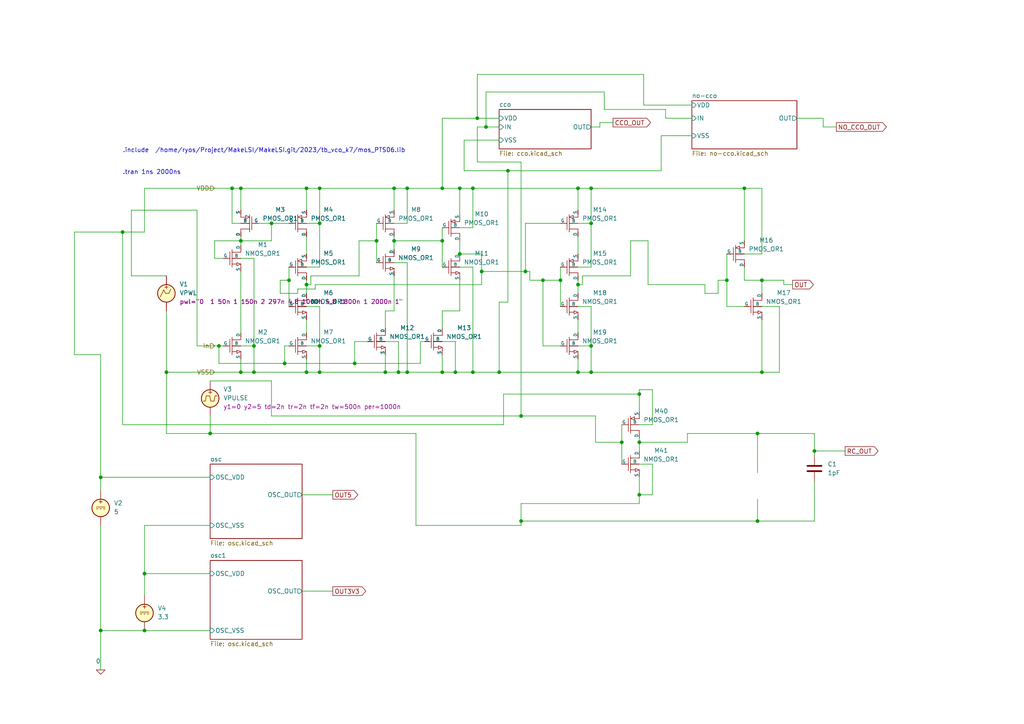
<source format=kicad_sch>
(kicad_sch (version 20230121) (generator eeschema)
  (paper "A4")
  (lib_symbols
    (symbol "Device:C" (pin_numbers hide) (pin_names (offset 0.254))
      (property "Reference" "C" (at 0.635 2.54 0))
      (property "Value" "C" (at 0.635 -2.54 0))
      (symbol "C_0_1"
        (polyline (pts (xy -2.032 -0.762) (xy 2.032 -0.762)) (stroke (width 0.508)))
        (polyline (pts (xy -2.032 0.762) (xy 2.032 0.762)) (stroke (width 0.508)))
      )
      (symbol "C_1_1"
        (pin passive line (at 0 3.81 270) (length 2.794) (name "~") (number "1"))
        (pin passive line (at 0 -3.81 90) (length 2.794) (name "~") (number "2"))
      )
    )
    (symbol "OR1Symbols:0" (power) (pin_names (offset 0))
      (property "Value" "0" (at 0 -1.27 0))
      (symbol "0_0_1"
        (polyline (pts (xy -1.27 0) (xy 1.27 0) (xy 0 -1.27) (xy -1.27 0)))
      )
      (symbol "0_1_1"
        (pin power_in line (at 0 0 180) (length 0) hide (name "0") (number "1"))
      )
    )
    (symbol "OR1Symbols:NMOS_OR1" (pin_numbers hide) (pin_names (offset 0))
      (property "Reference" "M" (at 8.89 5.08 0))
      (property "Value" "NMOS_OR1" (at 8.89 2.54 0))
      (symbol "NMOS_OR1_0_1"
        (polyline (pts (xy 0 0) (xy 1.905 0)))
        (polyline (pts (xy 1.905 1.905) (xy 1.905 -1.905)))
        (polyline (pts (xy 2.54 -2.54) (xy 2.54 2.54)))
        (polyline (pts (xy 2.54 -1.651) (xy 3.937 -1.651)))
        (polyline (pts (xy 2.54 0) (xy 5.08 0)))
        (polyline (pts (xy 2.54 1.778) (xy 5.08 1.778)))
        (polyline (pts (xy 3.937 -2.159) (xy 3.937 -1.27)))
        (polyline (pts (xy 3.937 -1.27) (xy 5.08 -1.651)))
        (polyline (pts (xy 5.08 -1.651) (xy 3.937 -2.159)))
        (polyline (pts (xy 5.08 -1.651) (xy 5.08 -3.81)))
        (polyline (pts (xy 5.08 1.778) (xy 5.08 3.81)))
      )
      (symbol "NMOS_OR1_1_1"
        (pin passive line (at 5.08 3.81 270) (length 1.27) (name "D") (number "1"))
        (pin passive line (at 0 0 0) (length 1.27) (name "G") (number "2"))
        (pin passive line (at 5.08 -3.81 90) (length 1.27) (name "S") (number "3"))
        (pin passive line (at 5.08 0 180) (length 2.54) (name "B") (number "4"))
      )
    )
    (symbol "OR1Symbols:PMOS_OR1" (pin_numbers hide) (pin_names (offset 0))
      (property "Reference" "M" (at 8.89 5.08 0))
      (property "Value" "PMOS_OR1" (at 8.89 2.54 0))
      (symbol "PMOS_OR1_0_1"
        (polyline (pts (xy 0 0) (xy 1.905 0)))
        (polyline (pts (xy 1.905 1.905) (xy 1.905 -1.905)))
        (polyline (pts (xy 2.54 -2.54) (xy 2.54 2.54)))
        (polyline (pts (xy 2.54 -1.651) (xy 5.08 -1.651)))
        (polyline (pts (xy 2.54 0) (xy 5.08 0)))
        (polyline (pts (xy 2.54 1.778) (xy 3.683 2.286)))
        (polyline (pts (xy 3.683 1.397) (xy 2.54 1.778)))
        (polyline (pts (xy 3.683 1.397) (xy 3.683 2.286)))
        (polyline (pts (xy 3.683 1.778) (xy 5.08 1.778)))
        (polyline (pts (xy 5.08 -1.651) (xy 5.08 -3.81)))
        (polyline (pts (xy 5.08 1.778) (xy 5.08 3.81)))
      )
      (symbol "PMOS_OR1_1_1"
        (pin passive line (at 5.08 -3.81 90) (length 1.27) (name "D") (number "1"))
        (pin passive line (at 0 0 0) (length 1.27) (name "G") (number "2"))
        (pin passive line (at 5.08 3.81 270) (length 1.27) (name "S") (number "3"))
        (pin passive line (at 5.08 0 180) (length 2.54) (name "B") (number "4"))
      )
    )
    (symbol "Simulation_SPICE:VDC" (pin_numbers hide) (pin_names (offset 0.0254))
      (property "Reference" "V" (at 2.54 2.54 0))
      (property "Value" "1" (at 2.54 0 0))
      (symbol "VDC_0_0"
        (polyline (pts (xy -1.27 0.254) (xy 1.27 0.254)))
        (polyline (pts (xy -0.762 -0.254) (xy -1.27 -0.254)))
        (polyline (pts (xy 0.254 -0.254) (xy -0.254 -0.254)))
        (polyline (pts (xy 1.27 -0.254) (xy 0.762 -0.254)))
        (text "+" (at 0 1.905 0) (effects (font (size 1.27 1.27))))
      )
      (symbol "VDC_0_1"
        (circle (center 0 0) (radius 2.54) (stroke (width 0.254)) (fill (type background)))
      )
      (symbol "VDC_1_1"
        (pin passive line (at 0 5.08 270) (length 2.54) (name "~") (number "1"))
        (pin passive line (at 0 -5.08 90) (length 2.54) (name "~") (number "2"))
      )
    )
    (symbol "Simulation_SPICE:VPULSE" (pin_numbers hide) (pin_names (offset 0.0254))
      (property "Reference" "V" (at 2.54 2.54 0))
      (property "Value" "VPULSE" (at 2.54 0 0))
      (property "Sim.Params" "y1=0 y2=1 td=2n tr=2n tf=2n tw=50n per=100n" (at 2.54 -2.54 0))
      (symbol "VPULSE_0_0"
        (polyline (pts (xy -2.032 -0.762) (xy -1.397 -0.762) (xy -1.143 0.762) (xy -0.127 0.762) (xy 0.127 -0.762) (xy 1.143 -0.762) (xy 1.397 0.762) (xy 2.032 0.762)))
        (text "+" (at 0 1.905 0) (effects (font (size 1.27 1.27))))
      )
      (symbol "VPULSE_0_1"
        (circle (center 0 0) (radius 2.54) (stroke (width 0.254)) (fill (type background)))
      )
      (symbol "VPULSE_1_1"
        (pin passive line (at 0 5.08 270) (length 2.54) (name "~") (number "1"))
        (pin passive line (at 0 -5.08 90) (length 2.54) (name "~") (number "2"))
      )
    )
    (symbol "Simulation_SPICE:VPWL" (pin_numbers hide) (pin_names (offset 0.0254))
      (property "Reference" "V" (at 2.54 2.54 0))
      (property "Value" "VPWL" (at 2.54 0 0))
      (property "Sim.Params" "pwl=\"0 -1 50n -1 51n 0 97n 1 171n -1 200n -1\"" (at 2.54 -2.54 0))
      (symbol "VPWL_0_0"
        (polyline (pts (xy -1.778 -1.016) (xy -0.762 1.016) (xy -0.254 0) (xy 0.762 0) (xy 1.27 1.27)))
        (text "+" (at 0 1.905 0) (effects (font (size 1.27 1.27))))
      )
      (symbol "VPWL_0_1"
        (circle (center 0 0) (radius 2.54) (stroke (width 0.254)) (fill (type background)))
      )
      (symbol "VPWL_1_1"
        (pin passive line (at 0 5.08 270) (length 2.54) (name "~") (number "1"))
        (pin passive line (at 0 -5.08 90) (length 2.54) (name "~") (number "2"))
      )
    )
  )
  (junction (at 220.98 107.95))
  (junction (at 128.27 54.61))
  (junction (at 128.27 69.85))
  (junction (at 114.3 69.85))
  (junction (at 88.9 54.61))
  (junction (at 69.85 54.61))
  (junction (at 63.5 100.33))
  (junction (at 92.71 54.61))
  (junction (at 133.35 54.61))
  (junction (at 185.42 128.27))
  (junction (at 219.71 151.13))
  (junction (at 171.45 64.77))
  (junction (at 185.42 143.51))
  (junction (at 69.85 69.85))
  (junction (at 147.32 49.53))
  (junction (at 118.11 107.95))
  (junction (at 137.16 54.61))
  (junction (at 92.71 100.33))
  (junction (at 139.7 78.74))
  (junction (at 219.71 125.73))
  (junction (at 167.64 54.61))
  (junction (at 92.71 107.95))
  (junction (at 78.74 64.77))
  (junction (at 144.78 107.95))
  (junction (at 83.82 81.28))
  (junction (at 140.97 36.83))
  (junction (at 48.26 107.95))
  (junction (at 128.27 107.95))
  (junction (at 92.71 64.77))
  (junction (at 167.64 107.95))
  (junction (at 137.16 107.95))
  (junction (at 111.76 107.95))
  (junction (at 220.98 81.28))
  (junction (at 73.66 107.95))
  (junction (at 60.96 125.73))
  (junction (at 69.85 107.95))
  (junction (at 167.64 82.55))
  (junction (at 180.34 128.27))
  (junction (at 133.35 73.66))
  (junction (at 41.91 166.37))
  (junction (at 41.91 182.88))
  (junction (at 115.57 107.95))
  (junction (at 109.22 69.85))
  (junction (at 102.87 105.41))
  (junction (at 132.08 107.95))
  (junction (at 236.22 130.81))
  (junction (at 151.13 120.65))
  (junction (at 210.82 81.28))
  (junction (at 215.9 54.61))
  (junction (at 162.56 81.28))
  (junction (at 157.48 81.28))
  (junction (at 118.11 54.61))
  (junction (at 29.21 182.88))
  (junction (at 67.31 54.61))
  (junction (at 88.9 82.55))
  (junction (at 88.9 107.95))
  (junction (at 114.3 54.61))
  (junction (at 171.45 107.95))
  (junction (at 171.45 100.33))
  (junction (at 138.43 34.29))
  (junction (at 82.55 105.41))
  (junction (at 35.56 67.31))
  (junction (at 185.42 114.3))
  (junction (at 152.4 78.74))
  (junction (at 73.66 100.33))
  (junction (at 29.21 138.43))
  (junction (at 171.45 54.61))
  (junction (at 151.13 151.13))
  (wire (pts (xy 48.26 107.95) (xy 48.26 125.73)))
  (wire (pts (xy 57.15 60.96) (xy 57.15 100.33)))
  (wire (pts (xy 114.3 64.77) (xy 118.11 64.77)))
  (wire (pts (xy 167.64 82.55) (xy 167.64 85.09)))
  (wire (pts (xy 88.9 64.77) (xy 92.71 64.77)))
  (wire (pts (xy 171.45 100.33) (xy 171.45 107.95)))
  (wire (pts (xy 231.14 34.29) (xy 238.76 34.29)))
  (wire (pts (xy 236.22 130.81) (xy 236.22 132.08)))
  (wire (pts (xy 167.64 100.33) (xy 171.45 100.33)))
  (wire (pts (xy 185.42 134.62) (xy 189.23 134.62)))
  (wire (pts (xy 73.66 107.95) (xy 88.9 107.95)))
  (wire (pts (xy 134.62 40.64) (xy 144.78 40.64)))
  (wire (pts (xy 133.35 54.61) (xy 133.35 62.23)))
  (wire (pts (xy 133.35 81.28) (xy 133.35 90.17)))
  (wire (pts (xy 121.92 99.06) (xy 123.19 99.06)))
  (wire (pts (xy 41.91 172.72) (xy 41.91 166.37)))
  (wire (pts (xy 236.22 130.81) (xy 245.11 130.81)))
  (wire (pts (xy 88.9 88.9) (xy 92.71 88.9)))
  (wire (pts (xy 102.87 105.41) (xy 121.92 105.41)))
  (wire (pts (xy 114.3 69.85) (xy 128.27 69.85)))
  (wire (pts (xy 204.47 85.09) (xy 208.28 85.09)))
  (wire (pts (xy 157.48 81.28) (xy 162.56 81.28)))
  (wire (pts (xy 91.44 82.55) (xy 139.7 82.55)))
  (wire (pts (xy 186.69 21.59) (xy 138.43 21.59)))
  (wire (pts (xy 227.33 81.28) (xy 227.33 82.55)))
  (wire (pts (xy 83.82 81.28) (xy 83.82 88.9)))
  (wire (pts (xy 199.39 128.27) (xy 185.42 128.27)))
  (wire (pts (xy 82.55 100.33) (xy 83.82 100.33)))
  (wire (pts (xy 41.91 166.37) (xy 60.96 166.37)))
  (wire (pts (xy 132.08 107.95) (xy 137.16 107.95)))
  (wire (pts (xy 140.97 26.67) (xy 140.97 36.83)))
  (wire (pts (xy 118.11 54.61) (xy 128.27 54.61)))
  (wire (pts (xy 60.96 125.73) (xy 120.65 125.73)))
  (wire (pts (xy 193.04 31.75) (xy 175.26 31.75)))
  (wire (pts (xy 220.98 54.61) (xy 220.98 73.66)))
  (wire (pts (xy 172.72 128.27) (xy 180.34 128.27)))
  (wire (pts (xy 199.39 125.73) (xy 199.39 128.27)))
  (wire (pts (xy 62.23 74.93) (xy 62.23 69.85)))
  (wire (pts (xy 92.71 107.95) (xy 111.76 107.95)))
  (wire (pts (xy 200.66 39.37) (xy 191.77 39.37)))
  (wire (pts (xy 60.96 110.49) (xy 78.74 110.49)))
  (wire (pts (xy 35.56 123.19) (xy 146.05 123.19)))
  (wire (pts (xy 157.48 100.33) (xy 162.56 100.33)))
  (wire (pts (xy 199.39 125.73) (xy 219.71 125.73)))
  (wire (pts (xy 220.98 73.66) (xy 215.9 73.66)))
  (wire (pts (xy 82.55 105.41) (xy 102.87 105.41)))
  (wire (pts (xy 78.74 120.65) (xy 151.13 120.65)))
  (wire (pts (xy 69.85 60.96) (xy 69.85 54.61)))
  (wire (pts (xy 114.3 69.85) (xy 114.3 72.39)))
  (wire (pts (xy 173.99 36.83) (xy 173.99 35.56)))
  (wire (pts (xy 114.3 68.58) (xy 114.3 69.85)))
  (wire (pts (xy 139.7 78.74) (xy 139.7 82.55)))
  (wire (pts (xy 41.91 182.88) (xy 60.96 182.88)))
  (wire (pts (xy 104.14 80.01) (xy 104.14 69.85)))
  (wire (pts (xy 215.9 54.61) (xy 220.98 54.61)))
  (wire (pts (xy 88.9 92.71) (xy 88.9 96.52)))
  (wire (pts (xy 120.65 152.4) (xy 151.13 152.4)))
  (wire (pts (xy 204.47 82.55) (xy 204.47 85.09)))
  (wire (pts (xy 92.71 64.77) (xy 92.71 54.61)))
  (wire (pts (xy 92.71 88.9) (xy 92.71 100.33)))
  (wire (pts (xy 29.21 102.87) (xy 21.59 102.87)))
  (wire (pts (xy 138.43 36.83) (xy 138.43 46.99)))
  (wire (pts (xy 92.71 107.95) (xy 88.9 107.95)))
  (wire (pts (xy 175.26 31.75) (xy 175.26 26.67)))
  (wire (pts (xy 81.28 85.09) (xy 86.36 85.09)))
  (wire (pts (xy 167.64 68.58) (xy 167.64 73.66)))
  (wire (pts (xy 128.27 66.04) (xy 128.27 69.85)))
  (wire (pts (xy 88.9 54.61) (xy 88.9 60.96)))
  (wire (pts (xy 88.9 82.55) (xy 90.17 82.55)))
  (wire (pts (xy 187.96 82.55) (xy 204.47 82.55)))
  (wire (pts (xy 238.76 36.83) (xy 242.57 36.83)))
  (wire (pts (xy 157.48 81.28) (xy 157.48 100.33)))
  (wire (pts (xy 60.96 120.65) (xy 60.96 125.73)))
  (wire (pts (xy 111.76 90.17) (xy 114.3 90.17)))
  (wire (pts (xy 180.34 128.27) (xy 180.34 134.62)))
  (wire (pts (xy 137.16 77.47) (xy 137.16 107.95)))
  (wire (pts (xy 114.3 54.61) (xy 118.11 54.61)))
  (wire (pts (xy 139.7 78.74) (xy 152.4 78.74)))
  (wire (pts (xy 133.35 90.17) (xy 128.27 90.17)))
  (wire (pts (xy 35.56 67.31) (xy 41.91 67.31)))
  (wire (pts (xy 171.45 107.95) (xy 220.98 107.95)))
  (wire (pts (xy 88.9 54.61) (xy 92.71 54.61)))
  (wire (pts (xy 60.96 152.4) (xy 41.91 152.4)))
  (wire (pts (xy 92.71 77.47) (xy 92.71 64.77)))
  (wire (pts (xy 38.1 60.96) (xy 38.1 80.01)))
  (wire (pts (xy 64.77 74.93) (xy 62.23 74.93)))
  (wire (pts (xy 147.32 49.53) (xy 134.62 49.53)))
  (wire (pts (xy 185.42 123.19) (xy 189.23 123.19)))
  (wire (pts (xy 74.93 64.77) (xy 78.74 64.77)))
  (wire (pts (xy 57.15 100.33) (xy 63.5 100.33)))
  (wire (pts (xy 167.64 88.9) (xy 171.45 88.9)))
  (wire (pts (xy 41.91 54.61) (xy 67.31 54.61)))
  (wire (pts (xy 69.85 54.61) (xy 88.9 54.61)))
  (wire (pts (xy 219.71 151.13) (xy 236.22 151.13)))
  (wire (pts (xy 171.45 88.9) (xy 171.45 100.33)))
  (wire (pts (xy 115.57 99.06) (xy 115.57 107.95)))
  (wire (pts (xy 162.56 77.47) (xy 162.56 81.28)))
  (wire (pts (xy 189.23 134.62) (xy 189.23 143.51)))
  (wire (pts (xy 144.78 107.95) (xy 167.64 107.95)))
  (wire (pts (xy 78.74 110.49) (xy 78.74 120.65)))
  (wire (pts (xy 87.63 171.45) (xy 96.52 171.45)))
  (wire (pts (xy 140.97 36.83) (xy 144.78 36.83)))
  (wire (pts (xy 109.22 64.77) (xy 109.22 69.85)))
  (wire (pts (xy 21.59 67.31) (xy 35.56 67.31)))
  (wire (pts (xy 186.69 30.48) (xy 186.69 21.59)))
  (wire (pts (xy 120.65 125.73) (xy 120.65 152.4)))
  (wire (pts (xy 182.88 69.85) (xy 187.96 69.85)))
  (wire (pts (xy 111.76 102.87) (xy 111.76 107.95)))
  (wire (pts (xy 41.91 152.4) (xy 41.91 166.37)))
  (wire (pts (xy 215.9 77.47) (xy 215.9 81.28)))
  (wire (pts (xy 69.85 74.93) (xy 73.66 74.93)))
  (wire (pts (xy 78.74 64.77) (xy 83.82 64.77)))
  (wire (pts (xy 82.55 100.33) (xy 82.55 105.41)))
  (wire (pts (xy 167.64 54.61) (xy 171.45 54.61)))
  (wire (pts (xy 167.64 81.28) (xy 167.64 82.55)))
  (wire (pts (xy 137.16 107.95) (xy 144.78 107.95)))
  (wire (pts (xy 220.98 81.28) (xy 220.98 85.09)))
  (wire (pts (xy 88.9 81.28) (xy 88.9 82.55)))
  (wire (pts (xy 78.74 64.77) (xy 78.74 69.85)))
  (wire (pts (xy 219.71 125.73) (xy 219.71 137.16)))
  (wire (pts (xy 236.22 139.7) (xy 236.22 151.13)))
  (wire (pts (xy 191.77 49.53) (xy 147.32 49.53)))
  (wire (pts (xy 128.27 69.85) (xy 128.27 77.47)))
  (wire (pts (xy 91.44 82.55) (xy 91.44 83.82)))
  (wire (pts (xy 63.5 100.33) (xy 64.77 100.33)))
  (wire (pts (xy 151.13 146.05) (xy 185.42 146.05)))
  (wire (pts (xy 63.5 100.33) (xy 63.5 105.41)))
  (wire (pts (xy 73.66 100.33) (xy 73.66 107.95)))
  (wire (pts (xy 185.42 114.3) (xy 185.42 119.38)))
  (wire (pts (xy 87.63 143.51) (xy 96.52 143.51)))
  (wire (pts (xy 111.76 107.95) (xy 115.57 107.95)))
  (wire (pts (xy 138.43 36.83) (xy 140.97 36.83)))
  (wire (pts (xy 67.31 64.77) (xy 69.85 64.77)))
  (wire (pts (xy 227.33 82.55) (xy 229.87 82.55)))
  (wire (pts (xy 35.56 67.31) (xy 35.56 123.19)))
  (wire (pts (xy 146.05 123.19) (xy 146.05 114.3)))
  (wire (pts (xy 193.04 34.29) (xy 193.04 31.75)))
  (wire (pts (xy 219.71 125.73) (xy 236.22 125.73)))
  (wire (pts (xy 167.64 64.77) (xy 171.45 64.77)))
  (wire (pts (xy 29.21 182.88) (xy 41.91 182.88)))
  (wire (pts (xy 69.85 69.85) (xy 69.85 71.12)))
  (wire (pts (xy 90.17 80.01) (xy 104.14 80.01)))
  (wire (pts (xy 162.56 81.28) (xy 162.56 88.9)))
  (wire (pts (xy 69.85 107.95) (xy 73.66 107.95)))
  (wire (pts (xy 111.76 99.06) (xy 115.57 99.06)))
  (wire (pts (xy 152.4 64.77) (xy 162.56 64.77)))
  (wire (pts (xy 69.85 78.74) (xy 69.85 96.52)))
  (wire (pts (xy 48.26 80.01) (xy 38.1 80.01)))
  (wire (pts (xy 146.05 114.3) (xy 185.42 114.3)))
  (wire (pts (xy 88.9 68.58) (xy 88.9 73.66)))
  (wire (pts (xy 92.71 54.61) (xy 114.3 54.61)))
  (wire (pts (xy 29.21 138.43) (xy 60.96 138.43)))
  (wire (pts (xy 73.66 74.93) (xy 73.66 100.33)))
  (wire (pts (xy 147.32 87.63) (xy 147.32 49.53)))
  (wire (pts (xy 185.42 143.51) (xy 185.42 138.43)))
  (wire (pts (xy 128.27 102.87) (xy 128.27 107.95)))
  (wire (pts (xy 220.98 92.71) (xy 220.98 107.95)))
  (wire (pts (xy 180.34 123.19) (xy 180.34 128.27)))
  (wire (pts (xy 152.4 78.74) (xy 153.67 78.74)))
  (wire (pts (xy 167.64 92.71) (xy 167.64 96.52)))
  (wire (pts (xy 172.72 120.65) (xy 172.72 128.27)))
  (wire (pts (xy 144.78 87.63) (xy 147.32 87.63)))
  (wire (pts (xy 48.26 90.17) (xy 48.26 107.95)))
  (wire (pts (xy 118.11 107.95) (xy 128.27 107.95)))
  (wire (pts (xy 62.23 69.85) (xy 69.85 69.85)))
  (wire (pts (xy 90.17 82.55) (xy 90.17 80.01)))
  (wire (pts (xy 185.42 113.03) (xy 185.42 114.3)))
  (wire (pts (xy 238.76 34.29) (xy 238.76 36.83)))
  (wire (pts (xy 189.23 113.03) (xy 185.42 113.03)))
  (wire (pts (xy 151.13 151.13) (xy 151.13 146.05)))
  (wire (pts (xy 236.22 125.73) (xy 236.22 130.81)))
  (wire (pts (xy 171.45 54.61) (xy 215.9 54.61)))
  (wire (pts (xy 167.64 104.14) (xy 167.64 107.95)))
  (wire (pts (xy 182.88 80.01) (xy 182.88 69.85)))
  (wire (pts (xy 151.13 151.13) (xy 151.13 152.4)))
  (wire (pts (xy 175.26 26.67) (xy 140.97 26.67)))
  (wire (pts (xy 121.92 105.41) (xy 121.92 99.06)))
  (wire (pts (xy 137.16 54.61) (xy 137.16 66.04)))
  (wire (pts (xy 153.67 81.28) (xy 157.48 81.28)))
  (wire (pts (xy 69.85 100.33) (xy 73.66 100.33)))
  (wire (pts (xy 67.31 54.61) (xy 69.85 54.61)))
  (wire (pts (xy 114.3 76.2) (xy 118.11 76.2)))
  (wire (pts (xy 41.91 54.61) (xy 41.91 67.31)))
  (wire (pts (xy 88.9 100.33) (xy 92.71 100.33)))
  (wire (pts (xy 109.22 69.85) (xy 109.22 76.2)))
  (wire (pts (xy 63.5 105.41) (xy 82.55 105.41)))
  (wire (pts (xy 210.82 73.66) (xy 210.82 81.28)))
  (wire (pts (xy 152.4 78.74) (xy 152.4 64.77)))
  (wire (pts (xy 151.13 120.65) (xy 172.72 120.65)))
  (wire (pts (xy 219.71 144.78) (xy 219.71 151.13)))
  (wire (pts (xy 215.9 81.28) (xy 220.98 81.28)))
  (wire (pts (xy 185.42 127) (xy 185.42 128.27)))
  (wire (pts (xy 29.21 138.43) (xy 29.21 102.87)))
  (wire (pts (xy 208.28 81.28) (xy 210.82 81.28)))
  (wire (pts (xy 88.9 77.47) (xy 92.71 77.47)))
  (wire (pts (xy 220.98 81.28) (xy 227.33 81.28)))
  (wire (pts (xy 102.87 99.06) (xy 106.68 99.06)))
  (wire (pts (xy 137.16 54.61) (xy 167.64 54.61)))
  (wire (pts (xy 210.82 81.28) (xy 210.82 88.9)))
  (wire (pts (xy 185.42 128.27) (xy 185.42 130.81)))
  (wire (pts (xy 167.64 77.47) (xy 171.45 77.47)))
  (wire (pts (xy 171.45 107.95) (xy 167.64 107.95)))
  (wire (pts (xy 128.27 90.17) (xy 128.27 95.25)))
  (wire (pts (xy 118.11 76.2) (xy 118.11 107.95)))
  (wire (pts (xy 132.08 99.06) (xy 132.08 107.95)))
  (wire (pts (xy 92.71 100.33) (xy 92.71 107.95)))
  (wire (pts (xy 88.9 104.14) (xy 88.9 107.95)))
  (wire (pts (xy 226.06 88.9) (xy 226.06 107.95)))
  (wire (pts (xy 128.27 34.29) (xy 138.43 34.29)))
  (wire (pts (xy 83.82 77.47) (xy 83.82 81.28)))
  (wire (pts (xy 220.98 88.9) (xy 226.06 88.9)))
  (wire (pts (xy 167.64 54.61) (xy 167.64 60.96)))
  (wire (pts (xy 102.87 105.41) (xy 102.87 99.06)))
  (wire (pts (xy 29.21 152.4) (xy 29.21 182.88)))
  (wire (pts (xy 193.04 34.29) (xy 200.66 34.29)))
  (wire (pts (xy 48.26 125.73) (xy 60.96 125.73)))
  (wire (pts (xy 215.9 54.61) (xy 215.9 69.85)))
  (wire (pts (xy 115.57 107.95) (xy 118.11 107.95)))
  (wire (pts (xy 114.3 90.17) (xy 114.3 80.01)))
  (wire (pts (xy 168.91 82.55) (xy 168.91 80.01)))
  (wire (pts (xy 128.27 54.61) (xy 133.35 54.61)))
  (wire (pts (xy 133.35 73.66) (xy 139.7 73.66)))
  (wire (pts (xy 104.14 69.85) (xy 109.22 69.85)))
  (wire (pts (xy 189.23 143.51) (xy 185.42 143.51)))
  (wire (pts (xy 78.74 69.85) (xy 69.85 69.85)))
  (wire (pts (xy 21.59 67.31) (xy 21.59 102.87)))
  (wire (pts (xy 210.82 88.9) (xy 215.9 88.9)))
  (wire (pts (xy 208.28 85.09) (xy 208.28 81.28)))
  (wire (pts (xy 29.21 142.24) (xy 29.21 138.43)))
  (wire (pts (xy 128.27 107.95) (xy 132.08 107.95)))
  (wire (pts (xy 29.21 182.88) (xy 29.21 194.31)))
  (wire (pts (xy 144.78 107.95) (xy 144.78 87.63)))
  (wire (pts (xy 138.43 34.29) (xy 144.78 34.29)))
  (wire (pts (xy 81.28 85.09) (xy 81.28 81.28)))
  (wire (pts (xy 187.96 69.85) (xy 187.96 82.55)))
  (wire (pts (xy 128.27 99.06) (xy 132.08 99.06)))
  (wire (pts (xy 151.13 46.99) (xy 151.13 120.65)))
  (wire (pts (xy 189.23 123.19) (xy 189.23 113.03)))
  (wire (pts (xy 151.13 151.13) (xy 219.71 151.13)))
  (wire (pts (xy 151.13 46.99) (xy 138.43 46.99)))
  (wire (pts (xy 168.91 80.01) (xy 182.88 80.01)))
  (wire (pts (xy 134.62 49.53) (xy 134.62 40.64)))
  (wire (pts (xy 138.43 21.59) (xy 138.43 34.29)))
  (wire (pts (xy 185.42 146.05) (xy 185.42 143.51)))
  (wire (pts (xy 153.67 78.74) (xy 153.67 81.28)))
  (wire (pts (xy 173.99 35.56) (xy 177.8 35.56)))
  (wire (pts (xy 191.77 39.37) (xy 191.77 49.53)))
  (wire (pts (xy 128.27 54.61) (xy 128.27 34.29)))
  (wire (pts (xy 133.35 69.85) (xy 133.35 73.66)))
  (wire (pts (xy 200.66 30.48) (xy 186.69 30.48)))
  (wire (pts (xy 111.76 95.25) (xy 111.76 90.17)))
  (wire (pts (xy 133.35 77.47) (xy 137.16 77.47)))
  (wire (pts (xy 88.9 82.55) (xy 88.9 85.09)))
  (wire (pts (xy 133.35 54.61) (xy 137.16 54.61)))
  (wire (pts (xy 220.98 107.95) (xy 226.06 107.95)))
  (wire (pts (xy 114.3 60.96) (xy 114.3 54.61)))
  (wire (pts (xy 118.11 54.61) (xy 118.11 64.77)))
  (wire (pts (xy 67.31 54.61) (xy 67.31 64.77)))
  (wire (pts (xy 171.45 64.77) (xy 171.45 54.61)))
  (wire (pts (xy 167.64 82.55) (xy 168.91 82.55)))
  (wire (pts (xy 81.28 81.28) (xy 83.82 81.28)))
  (wire (pts (xy 48.26 107.95) (xy 69.85 107.95)))
  (wire (pts (xy 38.1 60.96) (xy 57.15 60.96)))
  (wire (pts (xy 86.36 85.09) (xy 86.36 83.82)))
  (wire (pts (xy 69.85 104.14) (xy 69.85 107.95)))
  (wire (pts (xy 69.85 68.58) (xy 69.85 69.85)))
  (wire (pts (xy 139.7 73.66) (xy 139.7 78.74)))
  (wire (pts (xy 86.36 83.82) (xy 91.44 83.82)))
  (wire (pts (xy 133.35 66.04) (xy 137.16 66.04)))
  (wire (pts (xy 171.45 36.83) (xy 173.99 36.83)))
  (wire (pts (xy 171.45 77.47) (xy 171.45 64.77)))
  (text ".include  /home/ryos/Project/MakeLSI/MakeLSI.git/2023/tb_vco_k7/mos_PTS06.lib\n" (at 35.56 44.45 0) (effects (font (size 1.27 1.27)) (justify left bottom)))
  (text ".tran 1ns 2000ns" (at 35.56 50.8 0) (effects (font (size 1.27 1.27)) (justify left bottom)))
  (global_label "RC_OUT" (shape output) (at 245.11 130.81 0) (property "Intersheetrefs" "${INTERSHEET_REFS}" (effects hide)))
  (global_label "NO_CCO_OUT" (shape output) (at 242.57 36.83 0) (property "Intersheetrefs" "${INTERSHEET_REFS}" (effects hide)))
  (global_label "OUT" (shape output) (at 229.87 82.55 0) (property "Intersheetrefs" "${INTERSHEET_REFS}" (effects hide)))
  (global_label "CCO_OUT" (shape output) (at 177.8 35.56 0) (property "Intersheetrefs" "${INTERSHEET_REFS}" (effects hide)))
  (global_label "OUT5" (shape output) (at 96.52 143.51 0) (property "Intersheetrefs" "${INTERSHEET_REFS}" (effects hide)))
  (global_label "OUT3V3" (shape output) (at 96.52 171.45 0) (property "Intersheetrefs" "${INTERSHEET_REFS}" (effects hide)))
  (hierarchical_label "VDD" (shape input) (at 62.23 54.61 180))
  (hierarchical_label "In" (shape input) (at 62.23 100.33 180))
  (hierarchical_label "VSS" (shape input) (at 62.23 107.95 180))
  (symbol (lib_id "OR1Symbols:NMOS_OR1") (at 106.68 99.06 0) (unit 1)
    (property "Reference" "M12" (at 118.11 95.0977 0))
    (property "Value" "NMOS_OR1" (at 118.11 97.6377 0))
    (property "Sim.Pins" "1=1 2=2 3=3 4=4" (effects hide))
    (property "Sim.Device" "SPICE" (effects hide))
    (property "Sim.Params" "type=\"M\" model=\"NMOS_OR1 l=1u w=2u\" lib=\"\"" (effects hide))
  )
  (symbol (lib_id "OR1Symbols:NMOS_OR1") (at 128.27 77.47 0) (unit 1)
    (property "Reference" "M11" (at 139.7 73.5077 0))
    (property "Value" "NMOS_OR1" (at 139.7 76.0477 0))
    (property "Sim.Pins" "1=1 2=2 3=3 4=4" (effects hide))
    (property "Sim.Device" "SPICE" (effects hide))
    (property "Sim.Params" "type=\"M\" model=\"NMOS_OR1 l=1u w=2u\" lib=\"\"" (effects hide))
  )
  (symbol (lib_id "OR1Symbols:NMOS_OR1") (at 64.77 74.93 0) (unit 1)
    (property "Reference" "M1" (at 76.2 70.9677 0))
    (property "Value" "NMOS_OR1" (at 76.2 73.5077 0))
    (property "Sim.Pins" "1=1 2=2 3=3 4=4" (effects hide))
    (property "Sim.Device" "SPICE" (effects hide))
    (property "Sim.Params" "type=\"M\" model=\"NMOS_OR1 l=1u w=2u\" lib=\"\"" (effects hide))
  )
  (symbol (lib_id "OR1Symbols:PMOS_OR1") (at 162.56 77.47 0) (unit 1)
    (property "Reference" "M15" (at 173.99 73.5077 0))
    (property "Value" "PMOS_OR1" (at 173.99 76.0477 0))
    (property "Sim.Pins" "1=1 2=2 3=3 4=4" (effects hide))
    (property "Sim.Device" "SPICE" (effects hide))
    (property "Sim.Params" "type=\"M\" model=\"PMOS_OR1 l=1u w=6u\" lib=\"\"" (effects hide))
  )
  (symbol (lib_id "Simulation_SPICE:VPULSE") (at 60.96 115.57 0) (unit 1)
    (property "Reference" "V3" (at 64.77 112.9002 0) (effects (justify left)))
    (property "Value" "VPULSE" (at 64.77 115.4402 0) (effects (justify left)))
    (property "Sim.Pins" "1=+ 2=-" (effects hide))
    (property "Sim.Type" "PULSE" (effects hide))
    (property "Sim.Device" "V" (effects hide))
    (property "Sim.Params" "y1=0 y2=5 td=2n tr=2n tf=2n tw=500n per=1000n" (at 64.77 117.9802 0) (effects (justify left)))
  )
  (symbol (lib_id "OR1Symbols:PMOS_OR1") (at 74.93 64.77 0) (mirror y) (unit 1)
    (property "Reference" "M3" (at 81.28 60.8077 0))
    (property "Value" "PMOS_OR1" (at 81.28 63.3477 0))
    (property "Sim.Pins" "1=1 2=2 3=3 4=4" (effects hide))
    (property "Sim.Device" "SPICE" (effects hide))
    (property "Sim.Params" "type=\"M\" model=\"PMOS_OR1 l=1u w=6u\" lib=\"\"" (effects hide))
  )
  (symbol (lib_id "OR1Symbols:NMOS_OR1") (at 215.9 88.9 0) (unit 1)
    (property "Reference" "M17" (at 227.33 84.9377 0))
    (property "Value" "NMOS_OR1" (at 227.33 87.4777 0))
    (property "Sim.Pins" "1=1 2=2 3=3 4=4" (effects hide))
    (property "Sim.Device" "SPICE" (effects hide))
    (property "Sim.Params" "type=\"M\" model=\"NMOS_OR1 l=1u w=2u\" lib=\"\"" (effects hide))
  )
  (symbol (lib_id "OR1Symbols:PMOS_OR1") (at 180.34 123.19 0) (unit 1)
    (property "Reference" "M40" (at 191.77 119.2277 0))
    (property "Value" "PMOS_OR1" (at 191.77 121.7677 0))
    (property "Sim.Pins" "1=1 2=2 3=3 4=4" (effects hide))
    (property "Sim.Device" "SPICE" (effects hide))
    (property "Sim.Params" "type=\"M\" model=\"PMOS_OR1 l=1u w=6u\" lib=\"\"" (effects hide))
  )
  (symbol (lib_id "OR1Symbols:NMOS_OR1") (at 83.82 100.33 0) (unit 1)
    (property "Reference" "M7" (at 95.25 96.3677 0))
    (property "Value" "NMOS_OR1" (at 95.25 98.9077 0))
    (property "Sim.Pins" "1=1 2=2 3=3 4=4" (effects hide))
    (property "Sim.Device" "SPICE" (effects hide))
    (property "Sim.Params" "type=\"M\" model=\"NMOS_OR1 l=1u w=2u\" lib=\"\"" (effects hide))
  )
  (symbol (lib_id "OR1Symbols:PMOS_OR1") (at 128.27 66.04 0) (unit 1)
    (property "Reference" "M10" (at 139.7 62.0777 0))
    (property "Value" "PMOS_OR1" (at 139.7 64.6177 0))
    (property "Sim.Pins" "1=1 2=2 3=3 4=4" (effects hide))
    (property "Sim.Device" "SPICE" (effects hide))
    (property "Sim.Params" "type=\"M\" model=\"PMOS_OR1 l=1u w=6u\" lib=\"\"" (effects hide))
  )
  (symbol (lib_id "Simulation_SPICE:VDC") (at 29.21 147.32 0) (unit 1)
    (property "Reference" "V2" (at 33.02 145.9202 0) (effects (justify left)))
    (property "Value" "5" (at 33.02 148.4602 0) (effects (justify left)))
    (property "Sim.Pins" "1=+ 2=-" (effects hide))
    (property "Sim.Type" "DC" (effects hide))
    (property "Sim.Device" "V" (effects hide))
  )
  (symbol (lib_id "OR1Symbols:NMOS_OR1") (at 180.34 134.62 0) (unit 1)
    (property "Reference" "M41" (at 191.77 130.6577 0))
    (property "Value" "NMOS_OR1" (at 191.77 133.1977 0))
    (property "Sim.Pins" "1=1 2=2 3=3 4=4" (effects hide))
    (property "Sim.Device" "SPICE" (effects hide))
    (property "Sim.Params" "type=\"M\" model=\"NMOS_OR1 l=1u w=2u\" lib=\"\"" (effects hide))
  )
  (symbol (lib_id "OR1Symbols:NMOS_OR1") (at 109.22 76.2 0) (unit 1)
    (property "Reference" "M9" (at 120.65 72.2377 0))
    (property "Value" "NMOS_OR1" (at 120.65 74.7777 0))
    (property "Sim.Pins" "1=1 2=2 3=3 4=4" (effects hide))
    (property "Sim.Device" "SPICE" (effects hide))
    (property "Sim.Params" "type=\"M\" model=\"NMOS_OR1 l=1u w=2u\" lib=\"\"" (effects hide))
  )
  (symbol (lib_id "OR1Symbols:PMOS_OR1") (at 83.82 64.77 0) (unit 1)
    (property "Reference" "M4" (at 95.25 60.8077 0))
    (property "Value" "PMOS_OR1" (at 95.25 63.3477 0))
    (property "Sim.Pins" "1=1 2=2 3=3 4=4" (effects hide))
    (property "Sim.Device" "SPICE" (effects hide))
    (property "Sim.Params" "type=\"M\" model=\"PMOS_OR1 l=1u w=6u\" lib=\"\"" (effects hide))
  )
  (symbol (lib_id "OR1Symbols:PMOS_OR1") (at 83.82 77.47 0) (unit 1)
    (property "Reference" "M5" (at 95.25 73.5077 0))
    (property "Value" "PMOS_OR1" (at 95.25 76.0477 0))
    (property "Sim.Pins" "1=1 2=2 3=3 4=4" (effects hide))
    (property "Sim.Device" "SPICE" (effects hide))
    (property "Sim.Params" "type=\"M\" model=\"PMOS_OR1 l=1u w=6u\" lib=\"\"" (effects hide))
  )
  (symbol (lib_id "OR1Symbols:NMOS_OR1") (at 123.19 99.06 0) (unit 1)
    (property "Reference" "M13" (at 134.62 95.0977 0))
    (property "Value" "NMOS_OR1" (at 134.62 97.6377 0))
    (property "Sim.Pins" "1=1 2=2 3=3 4=4" (effects hide))
    (property "Sim.Device" "SPICE" (effects hide))
    (property "Sim.Params" "type=\"M\" model=\"NMOS_OR1 l=1u w=2u\" lib=\"\"" (effects hide))
  )
  (symbol (lib_id "Simulation_SPICE:VDC") (at 41.91 177.8 0) (unit 1)
    (property "Reference" "V4" (at 45.72 176.4002 0) (effects (justify left)))
    (property "Value" "3.3" (at 45.72 178.9402 0) (effects (justify left)))
    (property "Sim.Pins" "1=+ 2=-" (effects hide))
    (property "Sim.Type" "DC" (effects hide))
    (property "Sim.Device" "V" (effects hide))
  )
  (symbol (lib_id "OR1Symbols:PMOS_OR1") (at 109.22 64.77 0) (unit 1)
    (property "Reference" "M8" (at 120.65 60.8077 0))
    (property "Value" "PMOS_OR1" (at 120.65 63.3477 0))
    (property "Sim.Pins" "1=1 2=2 3=3 4=4" (effects hide))
    (property "Sim.Device" "SPICE" (effects hide))
    (property "Sim.Params" "type=\"M\" model=\"PMOS_OR1 l=1u w=6u\" lib=\"\"" (effects hide))
  )
  (symbol (lib_id "Simulation_SPICE:VPWL") (at 48.26 85.09 0) (unit 1)
    (property "Reference" "V1" (at 52.07 82.4202 0) (effects (justify left)))
    (property "Value" "VPWL" (at 52.07 84.9602 0) (effects (justify left)))
    (property "Sim.Pins" "1=+ 2=-" (effects hide))
    (property "Sim.Device" "V" (effects hide))
    (property "Sim.Params" "pwl=\"0  1 50n 1 150n 2 297n 4.8 1000n 4.8 1800n 1 2000n 1\"" (at 52.07 87.5002 0) (effects (justify left)))
    (property "Sim.Type" "PWL" (effects hide))
  )
  (symbol (lib_id "Device:C") (at 236.22 135.89 0) (unit 1)
    (property "Reference" "C1" (at 240.03 134.62 0) (effects (justify left)))
    (property "Value" "1pF" (at 240.03 137.16 0) (effects (justify left)))
  )
  (symbol (lib_id "OR1Symbols:NMOS_OR1") (at 83.82 88.9 0) (unit 1)
    (property "Reference" "M6" (at 95.25 84.9377 0))
    (property "Value" "NMOS_OR1" (at 95.25 87.4777 0))
    (property "Sim.Pins" "1=1 2=2 3=3 4=4" (effects hide))
    (property "Sim.Device" "SPICE" (effects hide))
    (property "Sim.Params" "type=\"M\" model=\"NMOS_OR1 l=1u w=2u\" lib=\"\"" (effects hide))
  )
  (symbol (lib_id "OR1Symbols:NMOS_OR1") (at 162.56 100.33 0) (unit 1)
    (property "Reference" "M19" (at 173.99 96.3677 0))
    (property "Value" "NMOS_OR1" (at 173.99 98.9077 0))
    (property "Sim.Pins" "1=1 2=2 3=3 4=4" (effects hide))
    (property "Sim.Device" "SPICE" (effects hide))
    (property "Sim.Params" "type=\"M\" model=\"NMOS_OR1 l=1u w=2u\" lib=\"\"" (effects hide))
  )
  (symbol (lib_id "OR1Symbols:PMOS_OR1") (at 210.82 73.66 0) (unit 1)
    (property "Reference" "M16" (at 222.25 69.6977 0))
    (property "Value" "PMOS_OR1" (at 222.25 72.2377 0))
    (property "Sim.Pins" "1=1 2=2 3=3 4=4" (effects hide))
    (property "Sim.Device" "SPICE" (effects hide))
    (property "Sim.Params" "type=\"M\" model=\"PMOS_OR1 l=1u w=6u\" lib=\"\"" (effects hide))
  )
  (symbol (lib_id "OR1Symbols:0") (at 29.21 194.31 0) (unit 1)
    (property "Reference" "#GND01" (effects hide))
    (property "Value" "0" (at 29.21 191.77 0) (effects (justify right)))
  )
  (symbol (lib_id "OR1Symbols:NMOS_OR1") (at 64.77 100.33 0) (unit 1)
    (property "Reference" "M2" (at 76.2 96.3677 0))
    (property "Value" "NMOS_OR1" (at 76.2 98.9077 0))
    (property "Sim.Pins" "1=1 2=2 3=3 4=4" (effects hide))
    (property "Sim.Device" "SPICE" (effects hide))
    (property "Sim.Params" "type=\"M\" model=\"NMOS_OR1 l=1u w=2u\" lib=\"\"" (effects hide))
  )
  (symbol (lib_id "OR1Symbols:NMOS_OR1") (at 162.56 88.9 0) (unit 1)
    (property "Reference" "M18" (at 173.99 84.9377 0))
    (property "Value" "NMOS_OR1" (at 173.99 87.4777 0))
    (property "Sim.Pins" "1=1 2=2 3=3 4=4" (effects hide))
    (property "Sim.Device" "SPICE" (effects hide))
    (property "Sim.Params" "type=\"M\" model=\"NMOS_OR1 l=1u w=2u\" lib=\"\"" (effects hide))
  )
  (symbol (lib_id "OR1Symbols:PMOS_OR1") (at 162.56 64.77 0) (unit 1)
    (property "Reference" "M14" (at 173.99 60.8077 0))
    (property "Value" "PMOS_OR1" (at 173.99 63.3477 0))
    (property "Sim.Pins" "1=1 2=2 3=3 4=4" (effects hide))
    (property "Sim.Device" "SPICE" (effects hide))
    (property "Sim.Params" "type=\"M\" model=\"PMOS_OR1 l=1u w=6u\" lib=\"\"" (effects hide))
  )
  (sheet (at 144.78 31.75) (size 26.67 11.43) (stroke (width 0.1524))
    (property "Sheetname" "cco" (at 144.78 31.0384 0) (effects (justify left bottom)))
    (property "Sheetfile" "cco.kicad_sch" (at 144.78 43.7646 0) (effects (justify left top)))
    (pin "OUT" output (at 171.45 36.83 0))
    (pin "VSS" input (at 144.78 40.64 180))
    (pin "VDD" input (at 144.78 34.29 180))
    (pin "IN" input (at 144.78 36.83 180))
  )
  (sheet (at 60.96 162.56) (size 26.67 22.86) (stroke (width 0.1524))
    (property "Sheetname" "osc1" (at 60.96 161.8484 0) (effects (justify left bottom)))
    (property "Sheetfile" "osc.kicad_sch" (at 60.96 186.0046 0) (effects (justify left top)))
    (pin "OSC_VSS" input (at 60.96 182.88 180))
    (pin "OSC_VDD" input (at 60.96 166.37 180))
    (pin "OSC_OUT" output (at 87.63 171.45 0))
  )
  (sheet (at 200.66 29.21) (size 30.48 13.97) (stroke (width 0.1524))
    (property "Sheetname" "no-cco" (at 200.66 28.4984 0) (effects (justify left bottom)))
    (property "Sheetfile" "no-cco.kicad_sch" (at 200.66 43.7646 0) (effects (justify left top)))
    (pin "VSS" input (at 200.66 39.37 180))
    (pin "IN" input (at 200.66 34.29 180))
    (pin "VDD" input (at 200.66 30.48 180))
    (pin "OUT" output (at 231.14 34.29 0))
  )
  (sheet (at 60.96 134.62) (size 26.67 21.59) (stroke (width 0.1524))
    (property "Sheetname" "osc" (at 60.96 133.9084 0) (effects (justify left bottom)))
    (property "Sheetfile" "osc.kicad_sch" (at 60.96 156.7946 0) (effects (justify left top)))
    (pin "OSC_VSS" input (at 60.96 152.4 180))
    (pin "OSC_VDD" input (at 60.96 138.43 180))
    (pin "OSC_OUT" output (at 87.63 143.51 0))
  )
)
</source>
